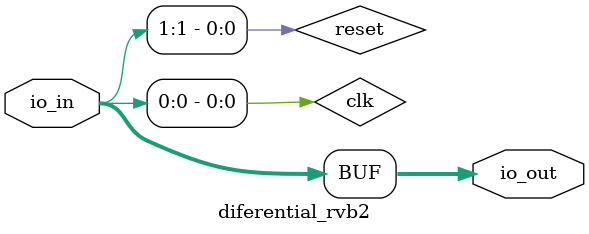
<source format=v>
`default_nettype none

module diferential_rvb2 (
  input [7:0] io_in,
  output [7:0] io_out
);

   wire        clk = io_in[0];
   wire        reset = io_in[1];

   assign io_out = io_in;
endmodule

</source>
